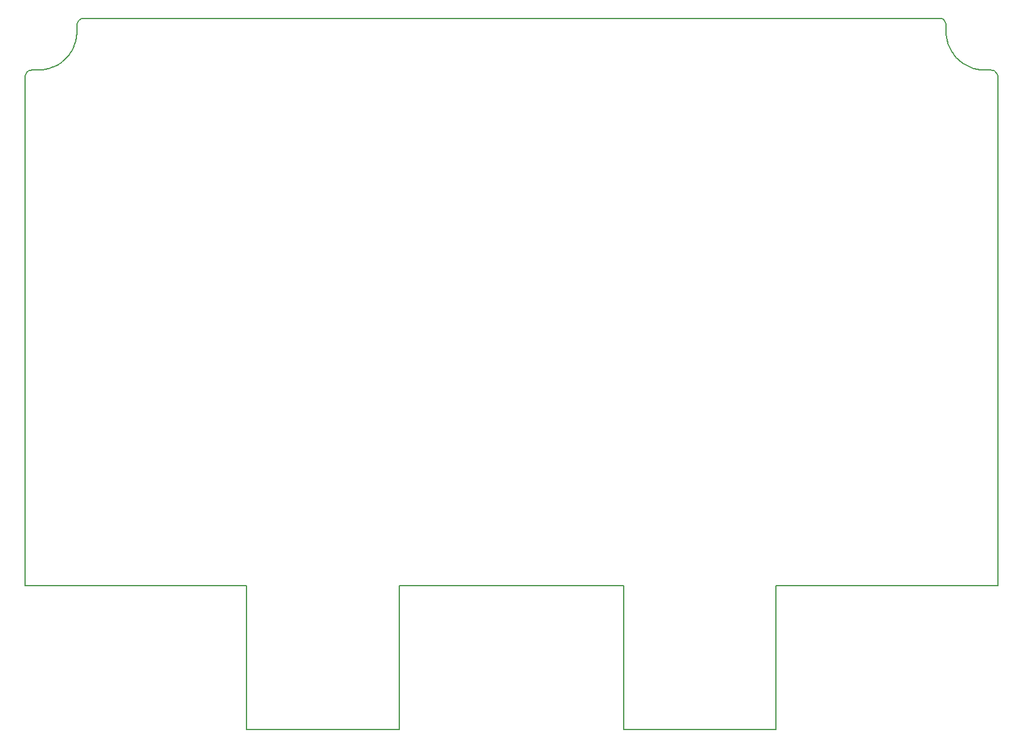
<source format=gbr>
G04 #@! TF.GenerationSoftware,KiCad,Pcbnew,5.1.6*
G04 #@! TF.CreationDate,2020-09-21T15:11:02+01:00*
G04 #@! TF.ProjectId,Tremolo,5472656d-6f6c-46f2-9e6b-696361645f70,V2.0*
G04 #@! TF.SameCoordinates,Original*
G04 #@! TF.FileFunction,Profile,NP*
%FSLAX46Y46*%
G04 Gerber Fmt 4.6, Leading zero omitted, Abs format (unit mm)*
G04 Created by KiCad (PCBNEW 5.1.6) date 2020-09-21 15:11:02*
%MOMM*%
%LPD*%
G01*
G04 APERTURE LIST*
G04 #@! TA.AperFunction,Profile*
%ADD10C,0.200000*%
G04 #@! TD*
G04 APERTURE END LIST*
D10*
X147924520Y-139197080D02*
X169560240Y-139186920D01*
X94465140Y-139194540D02*
X116100860Y-139184380D01*
X169560240Y-118808500D02*
X169560240Y-139186920D01*
X147924520Y-118803420D02*
X147924520Y-139197080D01*
X116100860Y-118805960D02*
X116100860Y-139184380D01*
X94465140Y-118813580D02*
X94465140Y-139192000D01*
X116100860Y-118805960D02*
X147924520Y-118803420D01*
X169560240Y-118808500D02*
X201010520Y-118805960D01*
X63014860Y-118816120D02*
X94465140Y-118813580D01*
X201010520Y-118805960D02*
X201011978Y-46676260D01*
X200394925Y-45752683D02*
X200195330Y-45693547D01*
X200195330Y-45693547D02*
X200012321Y-45676602D01*
X200719227Y-45969354D02*
X200557476Y-45838346D01*
X200557476Y-45838346D02*
X200394925Y-45752683D01*
X200935897Y-46293656D02*
X200836604Y-46110704D01*
X200836604Y-46110704D02*
X200719227Y-45969354D01*
X201011978Y-46676260D02*
X200990246Y-46469185D01*
X200990246Y-46469185D02*
X200935897Y-46293656D01*
X200012321Y-45676602D02*
X199160093Y-45676602D01*
X194080423Y-42282809D02*
X194006471Y-42094403D01*
X194006471Y-42094403D02*
X193939550Y-41903393D01*
X193939550Y-41903393D02*
X193879712Y-41710045D01*
X193879712Y-41710045D02*
X193827011Y-41514624D01*
X193827011Y-41514624D02*
X193781499Y-41317397D01*
X193781499Y-41317397D02*
X193743230Y-41118629D01*
X193743230Y-41118629D02*
X193712258Y-40918586D01*
X193712258Y-40918586D02*
X193688635Y-40717534D01*
X193688635Y-40717534D02*
X193672415Y-40515740D01*
X193672415Y-40515740D02*
X193663652Y-40313468D01*
X193663652Y-40313468D02*
X193661978Y-40178487D01*
X195272110Y-44066470D02*
X195131692Y-43920728D01*
X195131692Y-43920728D02*
X194996774Y-43769887D01*
X194996774Y-43769887D02*
X194867506Y-43614174D01*
X194867506Y-43614174D02*
X194744041Y-43453815D01*
X194744041Y-43453815D02*
X194626530Y-43289039D01*
X194626530Y-43289039D02*
X194515125Y-43120071D01*
X194515125Y-43120071D02*
X194409977Y-42947139D01*
X194409977Y-42947139D02*
X194311238Y-42770470D01*
X194311238Y-42770470D02*
X194219061Y-42590291D01*
X194219061Y-42590291D02*
X194133595Y-42406828D01*
X194133595Y-42406828D02*
X194080423Y-42282809D01*
X197055771Y-45258157D02*
X196870246Y-45177250D01*
X196870246Y-45177250D02*
X196687853Y-45089531D01*
X196687853Y-45089531D02*
X196508818Y-44995149D01*
X196508818Y-44995149D02*
X196333370Y-44894257D01*
X196333370Y-44894257D02*
X196161734Y-44787007D01*
X196161734Y-44787007D02*
X195994138Y-44673549D01*
X195994138Y-44673549D02*
X195830809Y-44554037D01*
X195830809Y-44554037D02*
X195671974Y-44428621D01*
X195671974Y-44428621D02*
X195517859Y-44297453D01*
X195517859Y-44297453D02*
X195368693Y-44160685D01*
X195368693Y-44160685D02*
X195272110Y-44066470D01*
X199160093Y-45676602D02*
X198957651Y-45672838D01*
X198957651Y-45672838D02*
X198755509Y-45661583D01*
X198755509Y-45661583D02*
X198553933Y-45642889D01*
X198553933Y-45642889D02*
X198353188Y-45616811D01*
X198353188Y-45616811D02*
X198153540Y-45583400D01*
X198153540Y-45583400D02*
X197955256Y-45542711D01*
X197955256Y-45542711D02*
X197758601Y-45494797D01*
X197758601Y-45494797D02*
X197563842Y-45439711D01*
X197563842Y-45439711D02*
X197371243Y-45377506D01*
X197371243Y-45377506D02*
X197181072Y-45308236D01*
X197181072Y-45308236D02*
X197055771Y-45258157D01*
X193661978Y-40178487D02*
X193661978Y-39326260D01*
X193044925Y-38402683D02*
X192845330Y-38343547D01*
X192845330Y-38343547D02*
X192662321Y-38326602D01*
X193369227Y-38619354D02*
X193207476Y-38488346D01*
X193207476Y-38488346D02*
X193044925Y-38402683D01*
X193585897Y-38943656D02*
X193486604Y-38760704D01*
X193486604Y-38760704D02*
X193369227Y-38619354D01*
X193661978Y-39326260D02*
X193640246Y-39119185D01*
X193640246Y-39119185D02*
X193585897Y-38943656D01*
X192662321Y-38326602D02*
X71361444Y-38326602D01*
X70437868Y-38943656D02*
X70378732Y-39143250D01*
X70378732Y-39143250D02*
X70361787Y-39326260D01*
X70654538Y-38619354D02*
X70523531Y-38781103D01*
X70523531Y-38781103D02*
X70437868Y-38943656D01*
X70978840Y-38402683D02*
X70795889Y-38501975D01*
X70795889Y-38501975D02*
X70654538Y-38619354D01*
X71361444Y-38326602D02*
X71154369Y-38348333D01*
X71154369Y-38348333D02*
X70978840Y-38402683D01*
X70361787Y-39326260D02*
X70361787Y-40178487D01*
X66967994Y-45258157D02*
X66779588Y-45332108D01*
X66779588Y-45332108D02*
X66588578Y-45399029D01*
X66588578Y-45399029D02*
X66395230Y-45458867D01*
X66395230Y-45458867D02*
X66199809Y-45511568D01*
X66199809Y-45511568D02*
X66002582Y-45557080D01*
X66002582Y-45557080D02*
X65803814Y-45595349D01*
X65803814Y-45595349D02*
X65603771Y-45626321D01*
X65603771Y-45626321D02*
X65402719Y-45649944D01*
X65402719Y-45649944D02*
X65200925Y-45666164D01*
X65200925Y-45666164D02*
X64998653Y-45674927D01*
X64998653Y-45674927D02*
X64863672Y-45676602D01*
X68751655Y-44066470D02*
X68605913Y-44206887D01*
X68605913Y-44206887D02*
X68455072Y-44341805D01*
X68455072Y-44341805D02*
X68299359Y-44471073D01*
X68299359Y-44471073D02*
X68139000Y-44594538D01*
X68139000Y-44594538D02*
X67974224Y-44712049D01*
X67974224Y-44712049D02*
X67805256Y-44823454D01*
X67805256Y-44823454D02*
X67632324Y-44928602D01*
X67632324Y-44928602D02*
X67455655Y-45027341D01*
X67455655Y-45027341D02*
X67275476Y-45119518D01*
X67275476Y-45119518D02*
X67092013Y-45204984D01*
X67092013Y-45204984D02*
X66967994Y-45258157D01*
X69943342Y-42282809D02*
X69862435Y-42468333D01*
X69862435Y-42468333D02*
X69774716Y-42650726D01*
X69774716Y-42650726D02*
X69680334Y-42829761D01*
X69680334Y-42829761D02*
X69579442Y-43005209D01*
X69579442Y-43005209D02*
X69472192Y-43176845D01*
X69472192Y-43176845D02*
X69358734Y-43344441D01*
X69358734Y-43344441D02*
X69239222Y-43507770D01*
X69239222Y-43507770D02*
X69113806Y-43666605D01*
X69113806Y-43666605D02*
X68982638Y-43820720D01*
X68982638Y-43820720D02*
X68845870Y-43969886D01*
X68845870Y-43969886D02*
X68751655Y-44066470D01*
X70361787Y-40178487D02*
X70358023Y-40380928D01*
X70358023Y-40380928D02*
X70346768Y-40583071D01*
X70346768Y-40583071D02*
X70328074Y-40784647D01*
X70328074Y-40784647D02*
X70301996Y-40985392D01*
X70301996Y-40985392D02*
X70268585Y-41185039D01*
X70268585Y-41185039D02*
X70227896Y-41383324D01*
X70227896Y-41383324D02*
X70179982Y-41579978D01*
X70179982Y-41579978D02*
X70124896Y-41774738D01*
X70124896Y-41774738D02*
X70062691Y-41967336D01*
X70062691Y-41967336D02*
X69993421Y-42157507D01*
X69993421Y-42157507D02*
X69943342Y-42282809D01*
X64863672Y-45676602D02*
X64011444Y-45676602D01*
X63087868Y-46293656D02*
X63028732Y-46493250D01*
X63028732Y-46493250D02*
X63011787Y-46676260D01*
X63304538Y-45969354D02*
X63173531Y-46131103D01*
X63173531Y-46131103D02*
X63087868Y-46293656D01*
X63628840Y-45752683D02*
X63445889Y-45851975D01*
X63445889Y-45851975D02*
X63304538Y-45969354D01*
X64011444Y-45676602D02*
X63804369Y-45698333D01*
X63804369Y-45698333D02*
X63628840Y-45752683D01*
X63011787Y-46676260D02*
X63014860Y-118816120D01*
M02*

</source>
